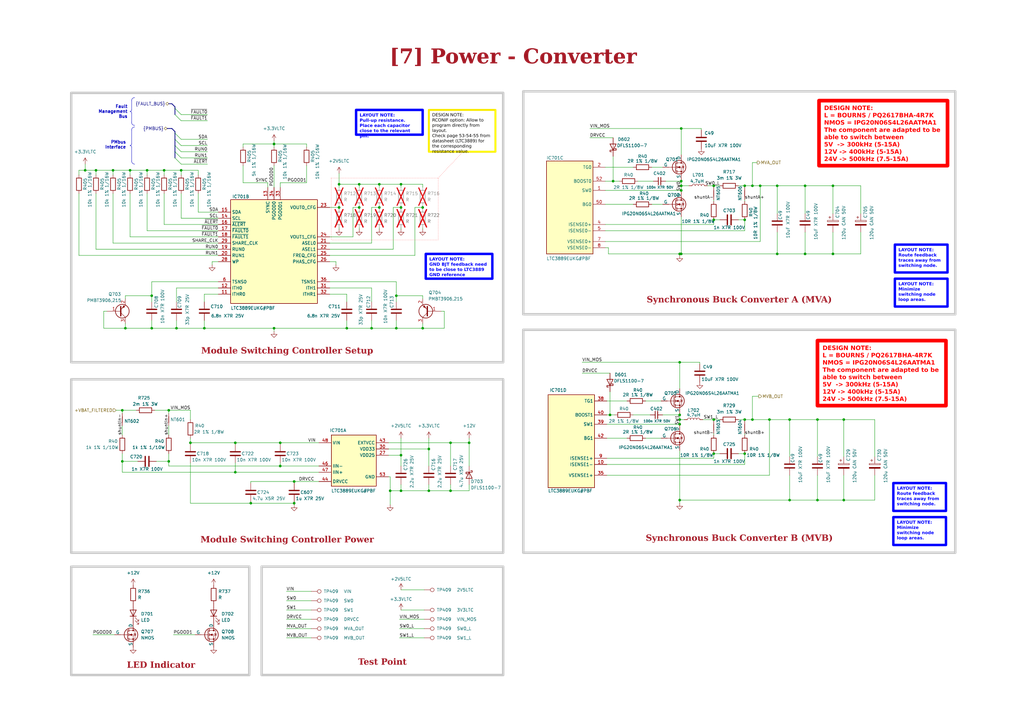
<source format=kicad_sch>
(kicad_sch (version 20230121) (generator eeschema)
  (paper "A3")
  (bus_alias "PMBUS" (members "SDA" "SCL" "RUN0" "RUN1" "~{ALERT}"))
  (junction (at 175.895 201.295))
  (junction (at 323.85 205.105))
  (junction (at 335.28 205.105))
  (junction (at 50.165 168.275))
  (junction (at 164.465 85.09))
  (junction (at 96.52 193.675))
  (junction (at 83.82 134.62))
  (junction (at 164.465 186.69))
  (junction (at 34.925 69.85))
  (junction (at 39.37 69.85))
  (junction (at 341.63 76.2))
  (junction (at 139.065 85.09))
  (junction (at 69.215 168.275))
  (junction (at 164.465 75.565))
  (junction (at 112.395 59.055))
  (junction (at 279.4 104.14))
  (junction (at 184.785 181.61))
  (junction (at 305.435 90.17))
  (junction (at 305.435 172.085))
  (junction (at 278.765 205.105))
  (junction (at 152.4 134.62))
  (junction (at 184.785 201.295))
  (junction (at 62.23 134.62))
  (junction (at 192.405 181.61))
  (junction (at 69.215 189.23))
  (junction (at 173.355 85.09))
  (junction (at 96.52 181.61))
  (junction (at 315.595 172.085))
  (junction (at 51.435 134.62))
  (junction (at 330.2 76.2))
  (junction (at 120.65 197.485))
  (junction (at 62.23 121.285))
  (junction (at 308.61 172.085))
  (junction (at 278.765 148.59))
  (junction (at 279.4 76.2))
  (junction (at 155.575 85.09))
  (junction (at 53.34 69.85))
  (junction (at 278.765 173.99))
  (junction (at 311.785 76.2))
  (junction (at 278.765 170.18))
  (junction (at 250.19 170.18))
  (junction (at 102.87 206.375))
  (junction (at 155.575 75.565))
  (junction (at 278.765 172.085))
  (junction (at 164.465 201.295))
  (junction (at 114.935 181.61))
  (junction (at 335.28 172.085))
  (junction (at 160.02 201.295))
  (junction (at 346.075 172.085))
  (junction (at 60.325 69.85))
  (junction (at 50.165 189.23))
  (junction (at 278.765 104.14))
  (junction (at 323.85 172.085))
  (junction (at 162.56 134.62))
  (junction (at 318.77 76.2))
  (junction (at 292.735 186.055))
  (junction (at 251.46 74.295))
  (junction (at 74.295 69.85))
  (junction (at 72.39 134.62))
  (junction (at 341.63 104.14))
  (junction (at 279.4 78.105))
  (junction (at 175.895 184.15))
  (junction (at 308.61 76.2))
  (junction (at 292.735 90.17))
  (junction (at 318.77 104.14))
  (junction (at 120.65 206.375))
  (junction (at 330.2 104.14))
  (junction (at 279.4 52.705))
  (junction (at 78.105 181.61))
  (junction (at 112.395 134.62))
  (junction (at 162.56 121.285))
  (junction (at 279.4 74.295))
  (junction (at 305.435 186.055))
  (junction (at 139.065 75.565))
  (junction (at 346.075 205.105))
  (junction (at 173.355 134.62))
  (junction (at 46.355 69.85))
  (junction (at 147.32 85.09))
  (junction (at 292.735 172.085))
  (junction (at 142.24 134.62))
  (junction (at 67.31 69.85))
  (junction (at 305.435 76.2))
  (junction (at 147.32 75.565))
  (junction (at 114.935 191.135))
  (junction (at 292.735 76.2))
  (bus_entry (at 71.755 64.77) (size 2.54 2.54))
  (bus_entry (at 71.755 59.69) (size 2.54 2.54))
  (bus_entry (at 71.755 54.61) (size 2.54 2.54))
  (bus_entry (at 71.755 44.45) (size 2.54 2.54))
  (bus_entry (at 71.755 62.23) (size 2.54 2.54))
  (bus_entry (at 71.755 57.15) (size 2.54 2.54))
  (bus_entry (at 71.755 46.99) (size 2.54 2.54))
  (wire (pts (xy 60.325 94.615) (xy 60.325 79.375)))
  (wire (pts (xy 278.765 172.085) (xy 280.67 172.085)))
  (wire (pts (xy 114.935 76.835) (xy 114.935 74.93)))
  (wire (pts (xy 102.87 197.485) (xy 120.65 197.485)))
  (wire (pts (xy 152.4 85.09) (xy 152.4 99.695)))
  (wire (pts (xy 346.075 194.945) (xy 346.075 205.105)))
  (wire (pts (xy 139.065 93.345) (xy 139.065 93.98)))
  (wire (pts (xy 248.92 187.96) (xy 292.735 187.96)))
  (wire (pts (xy 305.435 82.55) (xy 305.435 81.915)))
  (wire (pts (xy 135.255 99.695) (xy 152.4 99.695)))
  (wire (pts (xy 53.34 69.85) (xy 60.325 69.85)))
  (wire (pts (xy 346.075 187.325) (xy 346.075 172.085)))
  (wire (pts (xy 358.775 187.325) (xy 358.775 172.085)))
  (wire (pts (xy 117.475 250.19) (xy 127.635 250.19)))
  (wire (pts (xy 308.61 162.56) (xy 308.61 172.085)))
  (wire (pts (xy 89.535 86.995) (xy 81.28 86.995)))
  (wire (pts (xy 147.32 84.455) (xy 147.32 85.09)))
  (wire (pts (xy 144.78 85.09) (xy 147.32 85.09)))
  (wire (pts (xy 292.735 76.2) (xy 295.275 76.2)))
  (wire (pts (xy 32.385 79.375) (xy 32.385 104.775)))
  (wire (pts (xy 341.63 87.63) (xy 341.63 76.2)))
  (wire (pts (xy 273.05 74.295) (xy 279.4 74.295)))
  (wire (pts (xy 112.395 67.945) (xy 112.395 76.835)))
  (wire (pts (xy 78.105 181.61) (xy 78.105 182.245)))
  (wire (pts (xy 267.335 68.58) (xy 271.78 68.58)))
  (wire (pts (xy 162.56 134.62) (xy 173.355 134.62)))
  (wire (pts (xy 53.34 97.155) (xy 89.535 97.155)))
  (wire (pts (xy 135.255 85.09) (xy 139.065 85.09)))
  (wire (pts (xy 278.765 172.085) (xy 278.765 173.99)))
  (wire (pts (xy 50.165 174.625) (xy 50.165 178.435)))
  (wire (pts (xy 42.545 127.635) (xy 42.545 134.62)))
  (wire (pts (xy 39.37 69.85) (xy 46.355 69.85)))
  (wire (pts (xy 46.355 79.375) (xy 46.355 99.695)))
  (wire (pts (xy 330.2 95.25) (xy 330.2 104.14)))
  (wire (pts (xy 341.63 104.14) (xy 353.06 104.14)))
  (wire (pts (xy 155.575 85.09) (xy 155.575 85.725)))
  (wire (pts (xy 39.37 69.85) (xy 39.37 71.755)))
  (wire (pts (xy 112.395 57.785) (xy 112.395 59.055)))
  (wire (pts (xy 335.28 172.085) (xy 346.075 172.085)))
  (wire (pts (xy 117.475 254) (xy 127.635 254)))
  (wire (pts (xy 278.765 148.59) (xy 287.02 148.59)))
  (bus (pts (xy 71.755 43.815) (xy 71.755 44.45)))
  (wire (pts (xy 50.165 189.23) (xy 50.165 193.675)))
  (wire (pts (xy 164.465 198.755) (xy 164.465 201.295)))
  (wire (pts (xy 47.625 168.275) (xy 50.165 168.275)))
  (wire (pts (xy 173.355 76.835) (xy 173.355 75.565)))
  (wire (pts (xy 89.535 102.235) (xy 39.37 102.235)))
  (wire (pts (xy 89.535 104.775) (xy 32.385 104.775)))
  (wire (pts (xy 248.92 194.945) (xy 315.595 194.945)))
  (wire (pts (xy 184.785 181.61) (xy 192.405 181.61)))
  (wire (pts (xy 249.555 101.6) (xy 248.285 101.6)))
  (wire (pts (xy 164.465 186.69) (xy 164.465 191.135)))
  (wire (pts (xy 279.4 78.105) (xy 279.4 78.74)))
  (wire (pts (xy 69.215 191.135) (xy 114.935 191.135)))
  (wire (pts (xy 308.61 66.675) (xy 308.61 76.2)))
  (wire (pts (xy 74.295 57.15) (xy 85.09 57.15)))
  (wire (pts (xy 175.895 198.755) (xy 175.895 201.295)))
  (wire (pts (xy 315.595 172.085) (xy 323.85 172.085)))
  (wire (pts (xy 72.39 134.62) (xy 62.23 134.62)))
  (wire (pts (xy 251.46 74.295) (xy 254 74.295)))
  (wire (pts (xy 278.765 205.105) (xy 278.765 206.375)))
  (wire (pts (xy 155.575 75.565) (xy 147.32 75.565)))
  (wire (pts (xy 292.735 90.17) (xy 295.275 90.17)))
  (wire (pts (xy 159.385 184.15) (xy 175.895 184.15)))
  (wire (pts (xy 135.255 120.65) (xy 142.24 120.65)))
  (wire (pts (xy 182.245 127.635) (xy 182.245 134.62)))
  (wire (pts (xy 250.19 160.655) (xy 250.19 170.18)))
  (wire (pts (xy 135.255 107.315) (xy 137.795 107.315)))
  (wire (pts (xy 89.535 92.075) (xy 67.31 92.075)))
  (wire (pts (xy 238.76 148.59) (xy 278.765 148.59)))
  (wire (pts (xy 335.28 205.105) (xy 346.075 205.105)))
  (wire (pts (xy 248.285 74.295) (xy 251.46 74.295)))
  (wire (pts (xy 184.785 201.295) (xy 192.405 201.295)))
  (wire (pts (xy 160.02 195.58) (xy 159.385 195.58)))
  (wire (pts (xy 160.02 195.58) (xy 160.02 201.295)))
  (wire (pts (xy 69.215 189.23) (xy 69.215 191.135)))
  (wire (pts (xy 50.165 186.055) (xy 50.165 189.23)))
  (wire (pts (xy 264.795 179.705) (xy 271.145 179.705)))
  (wire (pts (xy 261.62 74.295) (xy 267.97 74.295)))
  (wire (pts (xy 279.4 88.9) (xy 279.4 104.14)))
  (wire (pts (xy 318.77 95.25) (xy 318.77 104.14)))
  (wire (pts (xy 308.61 172.085) (xy 315.595 172.085)))
  (wire (pts (xy 69.215 168.275) (xy 78.105 168.275)))
  (wire (pts (xy 164.465 93.345) (xy 164.465 93.98)))
  (wire (pts (xy 159.385 186.69) (xy 164.465 186.69)))
  (wire (pts (xy 114.935 189.865) (xy 114.935 191.135)))
  (wire (pts (xy 278.765 184.785) (xy 278.765 205.105)))
  (wire (pts (xy 125.73 59.055) (xy 112.395 59.055)))
  (wire (pts (xy 292.735 90.17) (xy 292.735 92.075)))
  (wire (pts (xy 238.76 153.035) (xy 250.19 153.035)))
  (wire (pts (xy 50.165 193.675) (xy 96.52 193.675)))
  (wire (pts (xy 279.4 52.705) (xy 279.4 63.5)))
  (bus (pts (xy 71.755 62.23) (xy 71.755 64.77)))
  (wire (pts (xy 135.255 118.11) (xy 152.4 118.11)))
  (wire (pts (xy 74.295 59.69) (xy 85.09 59.69)))
  (wire (pts (xy 184.785 181.61) (xy 184.785 191.135)))
  (wire (pts (xy 152.4 134.62) (xy 162.56 134.62)))
  (wire (pts (xy 318.77 87.63) (xy 318.77 76.2)))
  (wire (pts (xy 38.1 260.35) (xy 46.99 260.35)))
  (wire (pts (xy 287.655 52.705) (xy 287.655 53.34)))
  (wire (pts (xy 63.5 168.275) (xy 69.215 168.275)))
  (wire (pts (xy 292.735 187.96) (xy 292.735 186.055)))
  (bus (pts (xy 71.755 54.61) (xy 71.755 57.15)))
  (wire (pts (xy 74.295 46.99) (xy 85.09 46.99)))
  (wire (pts (xy 69.215 168.275) (xy 69.215 169.545)))
  (wire (pts (xy 164.465 84.455) (xy 164.465 85.09)))
  (wire (pts (xy 180.975 127.635) (xy 182.245 127.635)))
  (wire (pts (xy 96.52 181.61) (xy 96.52 182.245)))
  (wire (pts (xy 125.73 60.325) (xy 125.73 59.055)))
  (wire (pts (xy 69.215 174.625) (xy 69.215 178.435)))
  (wire (pts (xy 60.325 94.615) (xy 89.535 94.615)))
  (wire (pts (xy 248.92 179.705) (xy 257.175 179.705)))
  (wire (pts (xy 278.765 104.14) (xy 279.4 104.14)))
  (polyline (pts (xy 53.975 46.36) (xy 53.975 50.17)))
  (wire (pts (xy 278.765 104.14) (xy 278.765 104.775)))
  (wire (pts (xy 335.28 187.325) (xy 335.28 172.085)))
  (wire (pts (xy 51.435 134.62) (xy 51.435 132.715)))
  (wire (pts (xy 102.87 198.12) (xy 102.87 197.485)))
  (wire (pts (xy 163.83 254) (xy 173.99 254)))
  (wire (pts (xy 114.935 74.93) (xy 125.73 74.93)))
  (wire (pts (xy 248.92 173.99) (xy 278.765 173.99)))
  (wire (pts (xy 173.355 121.285) (xy 162.56 121.285)))
  (wire (pts (xy 112.395 59.055) (xy 99.695 59.055)))
  (wire (pts (xy 160.02 207.01) (xy 160.02 201.295)))
  (wire (pts (xy 142.24 134.62) (xy 152.4 134.62)))
  (wire (pts (xy 89.535 107.315) (xy 86.995 107.315)))
  (bus (pts (xy 68.58 52.705) (xy 70.485 52.705)))
  (wire (pts (xy 192.405 181.61) (xy 192.405 191.135)))
  (wire (pts (xy 120.65 197.485) (xy 130.81 197.485)))
  (wire (pts (xy 67.31 69.85) (xy 67.31 71.755)))
  (wire (pts (xy 139.065 71.12) (xy 139.065 75.565)))
  (wire (pts (xy 43.815 127.635) (xy 42.545 127.635)))
  (wire (pts (xy 161.29 85.09) (xy 164.465 85.09)))
  (wire (pts (xy 323.85 172.085) (xy 335.28 172.085)))
  (wire (pts (xy 74.295 67.31) (xy 85.09 67.31)))
  (wire (pts (xy 353.06 95.25) (xy 353.06 104.14)))
  (wire (pts (xy 62.23 115.57) (xy 89.535 115.57)))
  (wire (pts (xy 69.215 186.055) (xy 69.215 189.23)))
  (wire (pts (xy 323.85 187.325) (xy 323.85 172.085)))
  (wire (pts (xy 102.87 206.375) (xy 120.65 206.375)))
  (wire (pts (xy 311.785 99.06) (xy 311.785 76.2)))
  (wire (pts (xy 78.105 179.705) (xy 78.105 181.61)))
  (wire (pts (xy 125.73 74.93) (xy 125.73 67.945)))
  (wire (pts (xy 34.925 69.85) (xy 39.37 69.85)))
  (wire (pts (xy 96.52 193.675) (xy 130.81 193.675)))
  (wire (pts (xy 279.4 76.2) (xy 279.4 78.105)))
  (wire (pts (xy 353.06 87.63) (xy 353.06 76.2)))
  (wire (pts (xy 67.31 92.075) (xy 67.31 79.375)))
  (wire (pts (xy 278.765 170.18) (xy 278.765 172.085)))
  (wire (pts (xy 147.32 75.565) (xy 147.32 76.835)))
  (wire (pts (xy 50.165 189.23) (xy 56.515 189.23)))
  (wire (pts (xy 120.65 205.74) (xy 120.65 206.375)))
  (wire (pts (xy 147.32 85.09) (xy 147.32 85.725)))
  (wire (pts (xy 78.105 181.61) (xy 96.52 181.61)))
  (bus (pts (xy 71.755 59.69) (xy 71.755 62.23)))
  (wire (pts (xy 248.285 94.615) (xy 305.435 94.615)))
  (wire (pts (xy 50.165 168.275) (xy 55.88 168.275)))
  (wire (pts (xy 184.785 198.755) (xy 184.785 201.295)))
  (wire (pts (xy 112.395 135.89) (xy 112.395 134.62)))
  (bus (pts (xy 71.755 44.45) (xy 71.755 46.99)))
  (wire (pts (xy 305.435 76.2) (xy 308.61 76.2)))
  (wire (pts (xy 279.4 52.705) (xy 287.655 52.705)))
  (wire (pts (xy 117.475 261.62) (xy 127.635 261.62)))
  (wire (pts (xy 305.435 76.2) (xy 305.435 76.835)))
  (wire (pts (xy 74.295 62.23) (xy 85.09 62.23)))
  (wire (pts (xy 292.735 76.2) (xy 292.735 76.835)))
  (wire (pts (xy 89.535 99.695) (xy 46.355 99.695)))
  (wire (pts (xy 78.105 168.275) (xy 78.105 172.085)))
  (wire (pts (xy 302.895 76.2) (xy 305.435 76.2)))
  (wire (pts (xy 250.19 170.18) (xy 248.92 170.18)))
  (wire (pts (xy 161.29 85.09) (xy 161.29 102.235)))
  (wire (pts (xy 53.34 79.375) (xy 53.34 97.155)))
  (wire (pts (xy 164.465 201.295) (xy 175.895 201.295)))
  (wire (pts (xy 173.355 122.555) (xy 173.355 121.285)))
  (wire (pts (xy 173.355 134.62) (xy 173.355 132.715)))
  (wire (pts (xy 248.285 68.58) (xy 259.715 68.58)))
  (wire (pts (xy 81.28 79.375) (xy 81.28 86.995)))
  (wire (pts (xy 51.435 122.555) (xy 51.435 121.285)))
  (wire (pts (xy 264.795 164.465) (xy 271.145 164.465)))
  (wire (pts (xy 120.65 198.12) (xy 120.65 197.485)))
  (wire (pts (xy 62.23 123.825) (xy 62.23 121.285)))
  (wire (pts (xy 318.77 76.2) (xy 330.2 76.2)))
  (wire (pts (xy 102.87 206.375) (xy 102.87 205.74)))
  (wire (pts (xy 308.61 162.56) (xy 311.15 162.56)))
  (wire (pts (xy 330.2 104.14) (xy 341.63 104.14)))
  (wire (pts (xy 173.355 84.455) (xy 173.355 85.09)))
  (wire (pts (xy 99.695 74.93) (xy 99.695 67.945)))
  (wire (pts (xy 114.935 181.61) (xy 130.81 181.61)))
  (bus (pts (xy 71.755 57.15) (xy 71.755 59.69)))
  (wire (pts (xy 335.28 194.945) (xy 335.28 205.105)))
  (wire (pts (xy 170.18 85.09) (xy 173.355 85.09)))
  (wire (pts (xy 292.735 172.085) (xy 292.735 172.72)))
  (wire (pts (xy 358.775 194.945) (xy 358.775 205.105)))
  (wire (pts (xy 117.475 257.81) (xy 127.635 257.81)))
  (wire (pts (xy 46.355 69.85) (xy 46.355 71.755)))
  (wire (pts (xy 89.535 89.535) (xy 74.295 89.535)))
  (wire (pts (xy 323.85 194.945) (xy 323.85 205.105)))
  (wire (pts (xy 50.165 168.275) (xy 50.165 169.545)))
  (wire (pts (xy 164.465 241.935) (xy 173.99 241.935)))
  (wire (pts (xy 160.02 201.295) (xy 164.465 201.295)))
  (wire (pts (xy 162.56 131.445) (xy 162.56 134.62)))
  (wire (pts (xy 279.4 76.2) (xy 282.575 76.2)))
  (wire (pts (xy 305.435 178.435) (xy 305.435 177.8)))
  (wire (pts (xy 248.285 78.105) (xy 279.4 78.105)))
  (wire (pts (xy 139.065 85.09) (xy 139.065 85.725)))
  (wire (pts (xy 302.895 172.085) (xy 305.435 172.085)))
  (wire (pts (xy 83.82 120.65) (xy 83.82 123.825)))
  (wire (pts (xy 139.065 75.565) (xy 147.32 75.565)))
  (wire (pts (xy 72.39 131.445) (xy 72.39 134.62)))
  (wire (pts (xy 114.935 181.61) (xy 114.935 182.245)))
  (wire (pts (xy 71.12 260.35) (xy 80.01 260.35)))
  (wire (pts (xy 81.28 69.85) (xy 81.28 71.755)))
  (wire (pts (xy 278.765 173.99) (xy 278.765 174.625)))
  (wire (pts (xy 155.575 93.98) (xy 155.575 93.345)))
  (wire (pts (xy 330.2 87.63) (xy 330.2 76.2)))
  (polyline (pts (xy 53.975 53.34) (xy 53.975 59.055)))
  (wire (pts (xy 279.4 104.14) (xy 318.77 104.14)))
  (wire (pts (xy 42.545 134.62) (xy 51.435 134.62)))
  (wire (pts (xy 117.475 246.38) (xy 127.635 246.38)))
  (wire (pts (xy 163.83 261.62) (xy 173.99 261.62)))
  (wire (pts (xy 34.925 69.85) (xy 32.385 69.85)))
  (wire (pts (xy 241.935 56.515) (xy 251.46 56.515)))
  (polyline (pts (xy 53.975 60.325) (xy 53.975 66.04)))
  (wire (pts (xy 182.245 134.62) (xy 173.355 134.62)))
  (wire (pts (xy 290.195 76.2) (xy 292.735 76.2)))
  (wire (pts (xy 155.575 75.565) (xy 155.575 76.835)))
  (wire (pts (xy 278.765 205.105) (xy 323.85 205.105)))
  (wire (pts (xy 278.765 148.59) (xy 278.765 159.385)))
  (bus (pts (xy 69.215 42.545) (xy 70.485 42.545)))
  (wire (pts (xy 292.735 186.055) (xy 295.275 186.055)))
  (wire (pts (xy 89.535 118.11) (xy 72.39 118.11)))
  (wire (pts (xy 341.63 76.2) (xy 353.06 76.2)))
  (bus (pts (xy 70.485 52.705) (xy 71.755 53.975)))
  (wire (pts (xy 155.575 84.455) (xy 155.575 85.09)))
  (wire (pts (xy 96.52 181.61) (xy 114.935 181.61)))
  (wire (pts (xy 192.405 179.705) (xy 192.405 181.61)))
  (wire (pts (xy 318.77 104.14) (xy 330.2 104.14)))
  (wire (pts (xy 162.56 121.285) (xy 162.56 115.57)))
  (wire (pts (xy 308.61 172.085) (xy 305.435 172.085)))
  (wire (pts (xy 74.295 49.53) (xy 85.09 49.53)))
  (wire (pts (xy 173.355 93.345) (xy 173.355 93.98)))
  (polyline (pts (xy 179.705 73.025) (xy 189.865 62.23)) (stroke (width 0) (type dot) (color 255 0 0 1)))
  (wire (pts (xy 173.355 75.565) (xy 164.465 75.565)))
  (wire (pts (xy 62.23 134.62) (xy 51.435 134.62)))
  (wire (pts (xy 109.855 76.835) (xy 109.855 74.93)))
  (wire (pts (xy 271.78 170.18) (xy 278.765 170.18)))
  (wire (pts (xy 302.895 186.055) (xy 305.435 186.055)))
  (wire (pts (xy 152.4 85.09) (xy 155.575 85.09)))
  (wire (pts (xy 60.325 69.85) (xy 67.31 69.85)))
  (wire (pts (xy 278.765 169.545) (xy 278.765 170.18)))
  (wire (pts (xy 67.31 69.85) (xy 74.295 69.85)))
  (wire (pts (xy 53.34 69.85) (xy 53.34 71.755)))
  (wire (pts (xy 249.555 104.14) (xy 249.555 101.6)))
  (wire (pts (xy 248.285 83.82) (xy 259.715 83.82)))
  (wire (pts (xy 241.935 52.705) (xy 279.4 52.705)))
  (wire (pts (xy 72.39 134.62) (xy 83.82 134.62)))
  (wire (pts (xy 99.695 74.93) (xy 109.855 74.93)))
  (wire (pts (xy 173.355 85.09) (xy 173.355 85.725)))
  (wire (pts (xy 120.65 206.375) (xy 120.65 207.01)))
  (wire (pts (xy 248.285 92.075) (xy 292.735 92.075)))
  (wire (pts (xy 251.46 64.135) (xy 251.46 74.295)))
  (wire (pts (xy 72.39 118.11) (xy 72.39 123.825)))
  (wire (pts (xy 164.465 85.09) (xy 164.465 85.725)))
  (wire (pts (xy 279.4 74.295) (xy 279.4 76.2)))
  (wire (pts (xy 170.18 85.09) (xy 170.18 104.775)))
  (wire (pts (xy 308.61 66.675) (xy 310.515 66.675)))
  (wire (pts (xy 292.735 82.55) (xy 292.735 81.915)))
  (wire (pts (xy 32.385 71.755) (xy 32.385 69.85)))
  (wire (pts (xy 152.4 131.445) (xy 152.4 134.62)))
  (wire (pts (xy 330.2 76.2) (xy 341.63 76.2)))
  (wire (pts (xy 315.595 172.085) (xy 315.595 194.945)))
  (wire (pts (xy 305.435 90.17) (xy 305.435 94.615)))
  (wire (pts (xy 34.925 67.31) (xy 34.925 69.85)))
  (wire (pts (xy 288.29 172.085) (xy 292.735 172.085)))
  (wire (pts (xy 86.995 108.585) (xy 86.995 107.315)))
  (wire (pts (xy 142.24 131.445) (xy 142.24 134.62)))
  (wire (pts (xy 163.83 257.81) (xy 173.99 257.81)))
  (wire (pts (xy 248.92 190.5) (xy 305.435 190.5)))
  (wire (pts (xy 249.555 104.14) (xy 278.765 104.14)))
  (wire (pts (xy 74.295 69.85) (xy 81.28 69.85)))
  (wire (pts (xy 248.92 164.465) (xy 257.175 164.465)))
  (wire (pts (xy 147.32 93.345) (xy 147.32 93.98)))
  (wire (pts (xy 74.295 64.77) (xy 85.09 64.77)))
  (wire (pts (xy 164.465 75.565) (xy 164.465 76.835)))
  (wire (pts (xy 164.465 75.565) (xy 155.575 75.565)))
  (wire (pts (xy 292.735 172.085) (xy 295.275 172.085)))
  (wire (pts (xy 164.465 250.19) (xy 173.99 250.19)))
  (wire (pts (xy 139.065 84.455) (xy 139.065 85.09)))
  (wire (pts (xy 259.715 170.18) (xy 266.7 170.18)))
  (bus (pts (xy 71.755 53.975) (xy 71.755 54.61)))
  (wire (pts (xy 305.435 190.5) (xy 305.435 186.055)))
  (wire (pts (xy 51.435 121.285) (xy 62.23 121.285)))
  (wire (pts (xy 60.325 69.85) (xy 60.325 71.755)))
  (wire (pts (xy 117.475 242.57) (xy 127.635 242.57)))
  (wire (pts (xy 74.295 89.535) (xy 74.295 79.375)))
  (wire (pts (xy 248.285 99.06) (xy 311.785 99.06)))
  (wire (pts (xy 287.02 148.59) (xy 287.02 149.225)))
  (wire (pts (xy 78.105 189.865) (xy 78.105 206.375)))
  (wire (pts (xy 83.82 131.445) (xy 83.82 134.62)))
  (polyline (pts (xy 53.975 41.28) (xy 53.975 45.09)))
  (wire (pts (xy 341.63 95.25) (xy 341.63 104.14)))
  (wire (pts (xy 114.935 191.135) (xy 130.81 191.135)))
  (wire (pts (xy 83.82 134.62) (xy 112.395 134.62)))
  (wire (pts (xy 137.795 108.585) (xy 137.795 107.315)))
  (wire (pts (xy 162.56 115.57) (xy 135.255 115.57)))
  (wire (pts (xy 308.61 76.2) (xy 311.785 76.2)))
  (wire (pts (xy 192.405 198.755) (xy 192.405 201.295)))
  (wire (pts (xy 96.52 189.865) (xy 96.52 193.675)))
  (wire (pts (xy 135.255 97.155) (xy 144.78 97.155)))
  (wire (pts (xy 346.075 172.085) (xy 358.775 172.085)))
  (wire (pts (xy 175.895 179.705) (xy 175.895 184.15)))
  (wire (pts (xy 89.535 120.65) (xy 83.82 120.65)))
  (wire (pts (xy 267.335 83.82) (xy 271.78 83.82)))
  (wire (pts (xy 112.395 59.055) (xy 112.395 60.325)))
  (wire (pts (xy 164.465 179.705) (xy 164.465 186.69)))
  (wire (pts (xy 162.56 123.825) (xy 162.56 121.285)))
  (wire (pts (xy 250.19 170.18) (xy 252.095 170.18)))
  (wire (pts (xy 152.4 118.11) (xy 152.4 123.825)))
  (bus (pts (xy 70.485 42.545) (xy 71.755 43.815)))
  (wire (pts (xy 175.895 201.295) (xy 184.785 201.295)))
  (wire (pts (xy 135.255 102.235) (xy 161.29 102.235)))
  (wire (pts (xy 135.255 104.775) (xy 170.18 104.775)))
  (wire (pts (xy 311.785 76.2) (xy 318.77 76.2)))
  (wire (pts (xy 99.695 59.055) (xy 99.695 60.325)))
  (wire (pts (xy 62.23 121.285) (xy 62.23 115.57)))
  (wire (pts (xy 302.895 90.17) (xy 305.435 90.17)))
  (wire (pts (xy 39.37 79.375) (xy 39.37 102.235)))
  (wire (pts (xy 142.24 120.65) (xy 142.24 123.825)))
  (wire (pts (xy 346.075 205.105) (xy 358.775 205.105)))
  (wire (pts (xy 144.78 85.09) (xy 144.78 97.155)))
  (wire (pts (xy 62.23 131.445) (xy 62.23 134.62)))
  (wire (pts (xy 64.135 189.23) (xy 69.215 189.23)))
  (wire (pts (xy 279.4 74.295) (xy 279.4 73.66)))
  (wire (pts (xy 74.295 69.85) (xy 74.295 71.755)))
  (wire (pts (xy 175.895 191.135) (xy 175.895 184.15)))
  (wire (pts (xy 139.065 75.565) (xy 139.065 76.835)))
  (wire (pts (xy 292.735 178.435) (xy 292.735 177.8)))
  (wire (pts (xy 112.395 134.62) (xy 142.24 134.62)))
  (wire (pts (xy 305.435 172.085) (xy 305.435 172.72)))
  (wire (pts (xy 323.85 205.105) (xy 335.28 205.105)))
  (wire (pts (xy 46.355 69.85) (xy 53.34 69.85)))
  (wire (pts (xy 78.105 206.375) (xy 102.87 206.375)))
  (wire (pts (xy 159.385 181.61) (xy 184.785 181.61)))
  (arc (start 53.98 41.28) (mid 54.3458 40.3793) (end 55.245 40.01))
  (rectangle (start 135.89 73.025) (end 179.705 98.425) (stroke (width 0) (type dot) (color 255 0 0 1)))
  (arc (start 53.98 59.05) (mid 53.7894 59.493) (end 53.345 59.685))
  (rectangle (start 29.21 232.41) (end 102.235 276.86) (stroke (width 1) (color 200 200 200 1)))
  (arc (start 53.345 59.685) (mid 53.7988 59.8677) (end 53.98 60.32))
  (rectangle (start 214.63 135.255) (end 391.795 226.695) (stroke (width 1) (color 200 200 200 1)))
  (rectangle (start 29.21 155.575) (end 206.375 226.695) (stroke (width 1) (color 200 200 200 1)))
  (arc (start 55.245 67.31) (mid 54.347 66.938) (end 53.975 66.04))
  (arc (start 53.345 45.72) (mid 53.797 45.903) (end 53.98 46.355))
  (arc (start 53.98 45.085) (mid 53.7911 45.5311) (end 53.345 45.72))
  (rectangle (start 214.63 37.465) (end 391.795 128.905) (stroke (width 1) (color 200 200 200 1)))
  (rectangle (start 107.315 232.41) (end 206.375 276.86) (stroke (width 1) (color 200 200 200 1)))
  (arc (start 53.98 53.34) (mid 54.3475 52.4426) (end 55.245 52.07))
  (arc (start 55.245 51.44) (mid 54.3392 51.0743) (end 53.975 50.17))
  (rectangle (start 29.21 38.1) (end 206.375 148.59) (stroke (width 1) (color 200 200 200 1)))
  (text_box "Test Point\n\n" (at 107.315 267.97 0) (size 99.06 6.985) (stroke (width -0.0001)) (effects (font (size 2.54 2.54) (thickness 0.508) bold) (justify bottom)))
  (text_box "Synchronous Buck Converter A (MVA)" (at 214.63 119.38 0) (size 177.165 6.985) (stroke (width -0.0001)) (effects (font (size 2.54 2.54) (thickness 0.508) bold) (justify bottom)))
  (text_box "LED Indicator\n" (at 29.845 269.24 0) (size 72.39 6.985) (stroke (width -0.0001)) (effects (font (size 2.54 2.54) (thickness 0.508) bold) (justify bottom)))
  (text_box "Fault Management Bus" (at 43.815 41.91 0) (size 9.525 5.715) (stroke (width -0.0001)) (effects (font (size 1.27 1.27) (thickness 0.254) bold) (justify right top)))
  (text_box "LAYOUT NOTE:\nRoute feedback traces away from switching node." (at 366.395 198.12 0) (size 21.59 11.43) (stroke (width 1) (color 0 0 255 1)) (effects (font (size 1.27 1.27) (thickness 0.4) bold) (justify left top)))
  (text_box "Module Switching Controller Setup" (at 29.845 140.335 0) (size 175.895 6.985) (stroke (width -0.0001)) (effects (font (size 2.54 2.54) (thickness 0.508) bold) (justify bottom)))
  (text_box "LAYOUT NOTE:\nMinimize switching node loop areas." (at 366.395 212.09 0) (size 21.59 11.43) (stroke (width 1) (color 0 0 255 1)) (effects (font (size 1.27 1.27) (thickness 0.4) bold) (justify left top)))
  (text_box "Synchronous Buck Converter B (MVB)" (at 214.63 217.17 0) (size 177.165 6.985) (stroke (width -0.0001)) (effects (font (size 2.54 2.54) (thickness 0.508) bold) (justify bottom)))
  (text_box "PMbus \nInterface" (at 43.18 56.515 0) (size 9.525 5.715) (stroke (width -0.0001)) (effects (font (size 1.27 1.27) (thickness 0.254) bold) (justify right top)))
  (text_box "Module Switching Controller Power" (at 29.21 217.805 0) (size 177.165 6.985) (stroke (width -0.0001)) (effects (font (size 2.54 2.54) (thickness 0.508) bold) (justify bottom)))
  (text_box "DESIGN NOTE:\nL = BOURNS / PQ2617BHA-4R7K\nNMOS = IPG20N06S4L26AATMA1\nThe component are adapted to be able to switch between\n5V  -> 300kHz (5-15A)\n12V -> 400kHz (5-15A)\n24V -> 500kHz (7.5-15A)\n\n" (at 335.28 139.7 0) (size 52.705 26.67) (stroke (width 1.5) (color 255 0 0 1)) (effects (font (size 1.778 1.778) (thickness 0.4) bold) (justify left top)))
  (text_box "[7] Power - Converter" (at 12.7 17.145 0) (size 395.605 12.7) (stroke (width -0.0001)) (effects (font (size 6 6) (thickness 1.2) bold)))
  (text_box "DESIGN NOTE:\nL = BOURNS / PQ2617BHA-4R7K\nNMOS = IPG20N06S4L26AATMA1\nThe component are adapted to be able to switch between\n5V  -> 300kHz (5-15A)\n12V -> 400kHz (5-15A)\n24V -> 500kHz (7.5-15A)\n\n" (at 335.915 41.275 0) (size 52.705 26.67) (stroke (width 1.5) (color 255 0 0 1)) (effects (font (size 1.778 1.778) (thickness 0.4) bold) (justify left top)))
  (text_box "LAYOUT NOTE:\nPull-up resistance.\nPlace each capacitor close to the relevant pin." (at 146.05 45.085 0) (size 27.305 10.16) (stroke (width 1) (color 0 0 255 1)) (effects (font (size 1.27 1.27) (thickness 0.4) bold) (justify left top)))
  (text_box "DESIGN NOTE:\nRCONIF option: Allow to program directly from layout. \nCheck page 53-54-55 from datasheet (LTC3889) for the corresponding resistance value." (at 175.895 45.085 0) (size 27.305 17.145) (stroke (width 0.8) (color 250 236 0 1)) (effects (font (size 1.27 1.27)) (justify left top)))
  (text_box "LAYOUT NOTE:\nGND BJT feedback need to be close to LTC3889 GND reference" (at 174.625 104.14 0) (size 27.305 10.16) (stroke (width 1) (color 0 0 255 1)) (effects (font (size 1.27 1.27) (thickness 0.4) bold) (justify left top)))
  (text_box "LAYOUT NOTE:\nRoute feedback traces away from switching node." (at 367.03 100.33 0) (size 21.59 11.43) (stroke (width 1) (color 0 0 255 1)) (effects (font (size 1.27 1.27) (thickness 0.4) bold) (justify left top)))
  (text_box "LAYOUT NOTE:\nMinimize switching node loop areas." (at 367.03 114.3 0) (size 21.59 11.43) (stroke (width 1) (color 0 0 255 1)) (effects (font (size 1.27 1.27) (thickness 0.4) bold) (justify left top)))
  (label "VIN_MOS" (at 163.83 254 0))
  (label "VIN_MOS" (at 78.105 168.275 180))
  (label "VIN_MOS" (at 241.935 52.705 0))
  (label "SW1_L" (at 163.83 261.62 0))
  (label "MVA_OUT" (at 117.475 257.81 0))
  (label "~{FAULT0}" (at 89.535 94.615 180))
  (label "PGOOD0" (at 112.395 68.58 270))
  (label "VIN" (at 117.475 242.57 0))
  (label "shuntA+" (at 305.435 81.915 0))
  (label "RUN0" (at 85.09 62.23 180))
  (label "PGOOD1" (at 125.73 74.93 180))
  (label "shuntA-" (at 292.735 81.915 180))
  (label "DRVCC" (at 241.935 56.515 0))
  (label "SW1" (at 117.475 250.19 0))
  (label "SYNC" (at 109.855 74.93 180))
  (label "DRVCC" (at 122.555 197.485 0))
  (label "SW0" (at 279.4 74.295 270))
  (label "shuntIn-" (at 50.165 178.435 90))
  (label "SW0" (at 117.475 246.38 0))
  (label "DRVCC" (at 117.475 254 0))
  (label "SDA" (at 89.535 86.995 180))
  (label "~{FAULT1}" (at 85.09 49.53 180))
  (label "RUN1" (at 85.09 64.77 180))
  (label "~{ALERT}" (at 85.09 67.31 180))
  (label "VIN_MOS" (at 238.76 148.59 0))
  (label "SCL" (at 89.535 89.535 180))
  (label "SCL" (at 85.09 59.69 180))
  (label "~{FAULT0}" (at 85.09 46.99 180))
  (label "MVB_OUT" (at 117.475 261.62 0))
  (label "SDA" (at 85.09 57.15 180))
  (label "DRVCC" (at 238.76 153.035 0))
  (label "SW1_L" (at 294.64 172.085 180))
  (label "PGOOD0" (at 38.1 260.35 0))
  (label "VIN" (at 129.54 181.61 180))
  (label "SHARE_CLK" (at 89.535 99.695 180))
  (label "shuntIn+" (at 69.215 178.435 90))
  (label "RUN0" (at 89.535 102.235 180))
  (label "PGOOD1" (at 71.12 260.35 0))
  (label "shuntB-" (at 292.735 178.435 180))
  (label "SW0_L" (at 295.275 76.2 180))
  (label "SW0_L" (at 163.83 257.81 0))
  (label "SW1" (at 278.765 170.18 270))
  (label "shuntB+" (at 305.435 178.435 0))
  (label "~{FAULT1}" (at 89.535 97.155 180))
  (label "~{ALERT}" (at 89.535 92.075 180))
  (label "RUN1" (at 89.535 104.775 180))
  (hierarchical_label "MVB_OUT" (shape output) (at 311.15 162.56 0))
  (hierarchical_label "MVA_OUT" (shape output) (at 310.515 66.675 0))
  (hierarchical_label "+VBAT_FILTERED" (shape input) (at 47.625 168.275 180))
  (hierarchical_label "{FAULT_BUS}" (shape bidirectional) (at 69.215 42.545 180))
  (hierarchical_label "{PMBUS}" (shape bidirectional) (at 68.58 52.705 180))
  (symbol (lib_id "power:+3.3V") (at 164.465 250.19 0) (unit 1)
    (property "Reference" "#PWR0720" (effects hide))
    (property "Value" "+3V3LTC" (at 164.465 245.745 0))
  )
  (symbol (lib_id "Simulation_SPICE:NMOS") (at 276.225 164.465 0) (unit 1)
    (property "Reference" "Q705" (at 272.415 161.29 0) (effects (justify left)))
    (property "Value" " IPG20N06S4L26AATMA1" (at 280.035 161.29 0) (effects (justify left)))
    (property "Footprint" "0_transistor_fet:Infineon-IPG20N06S4L-26A-Manufacturer_Recommended" (effects hide))
    (property "Datasheet" "https://ngspice.sourceforge.io/docs/ngspice-manual.pdf" (effects hide))
    (property "Sim.Device" "NMOS" (effects hide))
    (property "Sim.Type" "VDMOS" (effects hide))
    (property "Sim.Pins" "1=D 2=G 3=S" (effects hide))
  )
  (symbol (lib_id "Device:LED") (at 54.61 251.46 90) (unit 1)
    (property "Reference" "D701" (at 57.785 251.7775 90) (effects (justify right)))
    (property "Value" "LED" (at 57.785 254.3175 90) (effects (justify right)))
  )
  (symbol (lib_id "Device:C") (at 330.2 91.44 0) (unit 1)
    (property "Reference" "C49" (at 331.47 90.17 90) (effects (justify left)))
    (property "Value" "10uF X7R 100V " (at 334.645 98.425 90) (effects (justify left)))
    (property "Footprint" "0_capacitor_smd:C_1210_3225_DensityHigh" (effects hide))
    (instances (project "SMPS_legged_robot_module" (path "" (reference "C49") (unit 1)) (path "" (reference "C707") (unit 1))))
  )
  (symbol (lib_id "Device:C") (at 78.105 186.055 180) (unit 1)
    (property "Reference" "C718" (at 83.185 186.055 0))
    (property "Value" "10n X7R 100V" (at 85.725 188.595 0))
    (property "Footprint" "0_capacitor_smd:C_0402_1005_DensityHigh" (effects hide))
  )
  (symbol (lib_id "Simulation_SPICE:NMOS") (at 276.86 68.58 0) (unit 1)
    (property "Reference" "Q701" (at 273.05 65.405 0) (effects (justify left)))
    (property "Value" " IPG20N06S4L26AATMA1" (at 280.67 65.405 0) (effects (justify left)))
    (property "Footprint" "0_transistor_fet:Infineon-IPG20N06S4L-26A-Manufacturer_Recommended" (effects hide))
    (property "Datasheet" "https://ngspice.sourceforge.io/docs/ngspice-manual.pdf" (effects hide))
    (property "Sim.Device" "NMOS" (effects hide))
    (property "Sim.Type" "VDMOS" (effects hide))
    (property "Sim.Pins" "1=D 2=G 3=S" (effects hide))
  )
  (symbol (lib_id "power:+3.3V") (at 112.395 57.785 0) (unit 1)
    (property "Reference" "#PWR0717" (effects hide))
    (property "Value" "+3V3LTC" (at 112.395 52.705 0))
  )
  (symbol (lib_id "Device:R") (at 69.215 182.245 0) (mirror y) (unit 1)
    (property "Reference" "R40" (at 65.405 180.975 0))
    (property "Value" "1k 1% 1/10W" (at 60.96 183.515 0))
    (property "Footprint" "0_resistor_smd:R_0603_1608_DensityHigh" (effects hide))
    (instances (project "SMPS_legged_robot_module" (path "" (reference "R40") (unit 1)) (path "" (reference "R728") (unit 1))))
  )
  (symbol (lib_id "Device:R") (at 263.525 68.58 270) (mirror x) (unit 1)
    (property "Reference" "R40" (at 263.525 64.135 90))
    (property "Value" "2R 1% 1/8W" (at 263.525 66.04 90))
    (property "Footprint" "0_resistor_smd:R_0402_1005_DensityHigh" (effects hide))
    (instances (project "SMPS_legged_robot_module" (path "" (reference "R40") (unit 1)) (path "" (reference "R733") (unit 1))))
  )
  (symbol (lib_id "Device:R") (at 260.985 179.705 270) (mirror x) (unit 1)
    (property "Reference" "R40" (at 261.62 175.26 90))
    (property "Value" "2R 1% 1/8W" (at 261.62 177.165 90))
    (property "Footprint" "0_resistor_smd:R_0402_1005_DensityHigh" (effects hide))
    (instances (project "SMPS_legged_robot_module" (path "" (reference "R40") (unit 1)) (path "" (reference "R734") (unit 1))))
  )
  (symbol (lib_id "Device:R") (at 60.325 75.565 180) (unit 1)
    (property "Reference" "R405" (at 62.865 78.105 90) (effects (justify right)))
    (property "Value" "10k 1% 1/16W" (at 64.77 85.09 90) (effects (justify right)))
    (property "Footprint" "0_resistor_smd:R_0402_1005_DensityHigh" (effects hide))
    (instances (project "SMPS_legged_robot_module" (path "" (reference "R405") (unit 1)) (path "" (reference "R708") (unit 1))))
  )
  (symbol (lib_id "Connector:TestPoint") (at 173.99 250.19 270) (unit 1) (in_bom no)
    (property "Reference" "TP409" (at 179.07 250.19 90) (effects (justify left)))
    (property "Value" "3V3LTC" (at 187.325 250.19 90) (effects (justify left)))
    (property "Footprint" "0_testpoint:TestPoint_Pad_D0.5mm_Back" (effects hide))
    (instances (project "SMPS_legged_robot_module" (path "" (reference "TP409") (unit 1)) (path "" (reference "TP705") (unit 1))))
  )
  (symbol (lib_id "power:GND") (at 147.32 93.98 0) (unit 1)
    (property "Reference" "#PWR0703" (effects hide))
    (property "Value" "GND" (effects hide))
  )
  (symbol (lib_id "Device:R") (at 299.085 76.2 90) (unit 1)
    (property "Reference" "R717" (at 299.085 70.485 90))
    (property "Value" "3m 1% 3W" (at 299.085 73.025 90))
    (property "Footprint" "0_resistor_smd:RESC6432X135N" (effects hide))
  )
  (symbol (lib_id "Connector:TestPoint") (at 173.99 254 270) (unit 1) (in_bom no)
    (property "Reference" "TP409" (at 179.07 254 90) (effects (justify left)))
    (property "Value" "VIN_MOS" (at 187.325 254 90) (effects (justify left)))
    (property "Footprint" "0_testpoint:TestPoint_Pad_D0.5mm_Front" (effects hide))
    (instances (project "SMPS_legged_robot_module" (path "" (reference "TP409") (unit 1)) (path "" (reference "TP709") (unit 1))))
  )
  (symbol (lib_id "Device:C") (at 175.895 194.945 180) (unit 1)
    (property "Reference" "C716" (at 177.8 187.96 90) (effects (justify left)))
    (property "Value" "2.2u X7R 25V" (at 180.34 186.69 90) (effects (justify left)))
    (property "Footprint" "0_capacitor_smd:C_0603_1608_DensityHigh" (effects hide))
  )
  (symbol (lib_id "Device:R") (at 257.81 74.295 270) (mirror x) (unit 1)
    (property "Reference" "R40" (at 257.81 71.755 90))
    (property "Value" "2R 1% 1/8W" (at 257.81 76.835 90))
    (property "Footprint" "0_resistor_smd:R_0402_1005_DensityHigh" (effects hide))
    (instances (project "SMPS_legged_robot_module" (path "" (reference "R40") (unit 1)) (path "" (reference "R739") (unit 1))))
  )
  (symbol (lib_id "power:GND") (at 139.065 93.98 0) (unit 1)
    (property "Reference" "#PWR0702" (effects hide))
    (property "Value" "GND" (effects hide))
  )
  (symbol (lib_id "Device:R") (at 139.065 80.645 0) (unit 1) (in_bom no) (dnp yes)
    (property "Reference" "R712" (at 140.97 79.375 0) (effects (justify left)))
    (property "Value" "R" (at 140.97 81.915 0) (effects (justify left)))
    (property "Footprint" "0_resistor_smd:R_0402_1005_DensityHigh" (effects hide))
  )
  (symbol (lib_id "Device:R") (at 147.32 80.645 0) (unit 1) (in_bom no) (dnp yes)
    (property "Reference" "R713" (at 149.225 79.375 0) (effects (justify left)))
    (property "Value" "R" (at 149.225 81.915 0) (effects (justify left)))
    (property "Footprint" "0_resistor_smd:R_0402_1005_DensityHigh" (effects hide))
  )
  (symbol (lib_id "Connector:TestPoint") (at 127.635 242.57 270) (unit 1) (in_bom no)
    (property "Reference" "TP409" (at 132.715 242.57 90) (effects (justify left)))
    (property "Value" "VIN" (at 140.97 242.57 90) (effects (justify left)))
    (property "Footprint" "0_testpoint:TestPoint_Pad_D0.5mm_Front" (effects hide))
    (instances (project "SMPS_legged_robot_module" (path "" (reference "TP409") (unit 1)) (path "" (reference "TP701") (unit 1))))
  )
  (symbol (lib_id "Device:R") (at 255.905 170.18 270) (mirror x) (unit 1)
    (property "Reference" "R40" (at 255.905 167.64 90))
    (property "Value" "2R 1% 1/8W" (at 255.905 172.72 90))
    (property "Footprint" "0_resistor_smd:R_0402_1005_DensityHigh" (effects hide))
    (instances (project "SMPS_legged_robot_module" (path "" (reference "R40") (unit 1)) (path "" (reference "R738") (unit 1))))
  )
  (symbol (lib_id "Device:C") (at 287.655 57.15 0) (unit 1)
    (property "Reference" "C49" (at 288.925 54.61 0) (effects (justify left)))
    (property "Value" "10uF X7R 100V " (at 288.925 59.69 0) (effects (justify left)))
    (property "Footprint" "0_capacitor_smd:C_1210_3225_DensityHigh" (effects hide))
    (instances (project "SMPS_legged_robot_module" (path "" (reference "C49") (unit 1)) (path "" (reference "C701") (unit 1))))
  )
  (symbol (lib_name "LTC3889EUKG#PBF_3") (lib_id "LTC3889EUKG#PBF:LTC3889EUKG#PBF") (at 146.685 200.66 0) (unit 1)
    (property "Reference" "IC701" (at 135.255 176.53 0) (effects (justify left)))
    (property "Value" "LTC3889EUKG#PBF" (at 135.89 201.295 0) (effects (justify left)))
    (property "Footprint" "0_switching_regulator:QFN50P700X800X80-53N-D" (effects hide))
    (property "Datasheet" "https://www.analog.com/media/en/technical-documentation/data-sheets/LTC3889.pdf" (effects hide))
    (property "Height" "0.8" (effects hide))
    (property "Mouser Part Number" "584-LTC3889EUKG#PBF" (effects hide))
    (property "Mouser Price/Stock" "https://www.mouser.co.uk/ProductDetail/Analog-Devices-Linear-Technology/LTC3889EUKGPBF?qs=PqoDHHvF649NHHRjs4x%2FBA%3D%3D" (effects hide))
    (property "Manufacturer_Name" "Analog Devices" (effects hide))
    (property "Manufacturer_Part_Number" "LTC3889EUKG#PBF" (effects hide))
  )
  (symbol (lib_id "Device:C_Polarized") (at 341.63 91.44 0) (unit 1)
    (property "Reference" "C704" (at 343.535 89.535 90) (effects (justify left)))
    (property "Value" "120u CAN 50V" (at 346.075 98.425 90) (effects (justify left)))
    (property "Footprint" "0_capacitor_smd:Hybrid_G_VP" (effects hide))
  )
  (symbol (lib_id "power:+3.3V") (at 34.925 67.31 0) (unit 1)
    (property "Reference" "#PWR0718" (effects hide))
    (property "Value" "+3V3LTC" (at 34.925 62.23 0))
  )
  (symbol (lib_id "Device:NetTie_2") (at 69.215 172.085 270) (unit 1) (in_bom no)
    (property "Reference" "NT601" (at 69.85 172.085 90) (effects (justify left)))
    (property "Value" "NetTie_2" (effects hide))
    (property "Footprint" "0_net_tie:NetTie-2_SMD_Pad0.2mm" (effects hide))
  )
  (symbol (lib_id "power:GND") (at 87.63 265.43 0) (unit 1)
    (property "Reference" "#PWR0724" (effects hide))
    (property "Value" "GND" (effects hide))
  )
  (symbol (lib_id "Connector:TestPoint") (at 127.635 254 270) (unit 1) (in_bom no)
    (property "Reference" "TP409" (at 132.715 254 90) (effects (justify left)))
    (property "Value" "DRVCC" (at 140.97 254 90) (effects (justify left)))
    (property "Footprint" "0_testpoint:TestPoint_Pad_D0.5mm_Back" (effects hide))
    (instances (project "SMPS_legged_robot_module" (path "" (reference "TP409") (unit 1)) (path "" (reference "TP706") (unit 1))))
  )
  (symbol (lib_id "Transistor_BJT:MMBT3906") (at 48.895 127.635 0) (mirror x) (unit 1)
    (property "Reference" "Q703" (at 44.45 120.65 0) (effects (justify left)))
    (property "Value" "PMBT3906,215" (at 35.56 123.19 0) (effects (justify left)))
    (property "Footprint" "Package_TO_SOT_SMD:SOT-23" (effects hide))
    (property "Datasheet" "https://www.onsemi.com/pdf/datasheet/pzt3906-d.pdf" (effects hide))
  )
  (symbol (lib_id "Device:R") (at 87.63 243.84 0) (unit 1)
    (property "Reference" "R737" (at 89.535 242.57 0) (effects (justify left)))
    (property "Value" "R" (at 89.535 245.11 0) (effects (justify left)))
  )
  (symbol (lib_id "Device:C_Polarized") (at 353.06 91.44 0) (unit 1)
    (property "Reference" "C705" (at 354.965 89.535 90) (effects (justify left)))
    (property "Value" "120u CAN 50V" (at 357.505 98.425 90) (effects (justify left)))
    (property "Footprint" "0_capacitor_smd:Hybrid_G_VP" (effects hide))
  )
  (symbol (lib_id "Device:R") (at 305.435 86.36 0) (mirror x) (unit 1)
    (property "Reference" "R40" (at 307.975 86.995 90))
    (property "Value" "10R 1% 1/8W" (at 309.88 91.44 90))
    (property "Footprint" "0_resistor_smd:R_0402_1005_DensityHigh" (effects hide))
    (instances (project "SMPS_legged_robot_module" (path "" (reference "R40") (unit 1)) (path "" (reference "R724") (unit 1))))
  )
  (symbol (lib_id "Device:R") (at 305.435 182.245 0) (mirror x) (unit 1)
    (property "Reference" "R40" (at 309.245 184.15 0))
    (property "Value" "10R 1% 1/8W" (at 313.055 186.69 0))
    (property "Footprint" "0_resistor_smd:R_0402_1005_DensityHigh" (effects hide))
    (instances (project "SMPS_legged_robot_module" (path "" (reference "R40") (unit 1)) (path "" (reference "R731") (unit 1))))
  )
  (symbol (lib_id "Connector:TestPoint") (at 127.635 261.62 270) (unit 1) (in_bom no)
    (property "Reference" "TP409" (at 132.715 261.62 90) (effects (justify left)))
    (property "Value" "MVB_OUT" (at 140.97 261.62 90) (effects (justify left)))
    (property "Footprint" "0_testpoint:TestPoint_Pad_D0.5mm_Front" (effects hide))
    (instances (project "SMPS_legged_robot_module" (path "" (reference "TP409") (unit 1)) (path "" (reference "TP707") (unit 1))))
  )
  (symbol (lib_id "power:GND") (at 287.02 156.845 0) (mirror y) (unit 1)
    (property "Reference" "#PWR0711" (effects hide))
    (property "Value" "GND" (effects hide))
  )
  (symbol (lib_id "power:GND") (at 137.795 108.585 0) (unit 1)
    (property "Reference" "#PWR0708" (effects hide))
    (property "Value" "GND" (effects hide))
  )
  (symbol (lib_id "Device:R") (at 125.73 64.135 180) (unit 1)
    (property "Reference" "R405" (at 128.27 66.675 90) (effects (justify right)))
    (property "Value" "10k 1% 1/16W" (at 130.175 73.66 90) (effects (justify right)))
    (property "Footprint" "0_resistor_smd:R_0402_1005_DensityHigh" (effects hide))
    (instances (project "SMPS_legged_robot_module" (path "" (reference "R405") (unit 1)) (path "" (reference "R703") (unit 1))))
  )
  (symbol (lib_id "Device:D_Schottky") (at 250.19 156.845 90) (unit 1)
    (property "Reference" "D601" (at 257.175 153.67 90) (effects (justify left)))
    (property "Value" "DFLS1100-7" (at 264.16 156.21 90) (effects (justify left)))
    (property "Footprint" "0_diode_smd:Diodes_Inc.-PowerDI123-03_2017-0-MFG" (effects hide))
  )
  (symbol (lib_id "Simulation_SPICE:NMOS") (at 276.86 83.82 0) (unit 1)
    (property "Reference" "Q702" (at 273.685 80.01 0) (effects (justify left)))
    (property "Value" " IPG20N06S4L26AATMA1" (at 254 87.63 0) (effects (justify left)))
    (property "Footprint" "0_transistor_fet:Infineon-IPG20N06S4L-26A-Manufacturer_Recommended" (effects hide))
    (property "Datasheet" "https://ngspice.sourceforge.io/docs/ngspice-manual.pdf" (effects hide))
    (property "Sim.Device" "NMOS" (effects hide))
    (property "Sim.Type" "VDMOS" (effects hide))
    (property "Sim.Pins" "1=D 2=G 3=S" (effects hide))
  )
  (symbol (lib_id "Device:R") (at 173.355 89.535 0) (unit 1) (dnp yes)
    (property "Reference" "R722" (at 175.26 88.265 0) (effects (justify left)))
    (property "Value" "R" (at 175.26 90.805 0) (effects (justify left)))
    (property "Footprint" "0_resistor_smd:R_0402_1005_DensityHigh" (effects hide))
  )
  (symbol (lib_id "Device:C_Polarized") (at 358.775 191.135 0) (unit 1)
    (property "Reference" "C730" (at 360.68 189.23 90) (effects (justify left)))
    (property "Value" "120u CAN 50V" (at 363.22 198.12 90) (effects (justify left)))
    (property "Footprint" "0_capacitor_smd:Hybrid_G_VP" (effects hide))
  )
  (symbol (lib_id "power:+2V5") (at 164.465 179.705 0) (unit 1)
    (property "Reference" "#PWR07160" (effects hide))
    (property "Value" "+2V5LTC" (at 164.465 174.625 0))
  )
  (symbol (lib_id "Device:NetTie_2") (at 292.735 175.26 270) (unit 1) (in_bom no)
    (property "Reference" "NT603" (at 294.64 172.085 0) (effects (justify left)))
    (property "Value" "NetTie_2" (effects hide))
    (property "Footprint" "0_net_tie:NetTie-2_SMD_Pad0.2mm" (effects hide))
  )
  (symbol (lib_id "Device:R") (at 54.61 243.84 0) (unit 1)
    (property "Reference" "R736" (at 56.515 242.57 0) (effects (justify left)))
    (property "Value" "R" (at 56.515 245.11 0) (effects (justify left)))
  )
  (symbol (lib_id "Device:R") (at 32.385 75.565 180) (unit 1)
    (property "Reference" "R405" (at 34.925 78.105 90) (effects (justify right)))
    (property "Value" "10k 1% 1/16W" (at 36.83 85.09 90) (effects (justify right)))
    (property "Footprint" "0_resistor_smd:R_0402_1005_DensityHigh" (effects hide))
    (instances (project "SMPS_legged_robot_module" (path "" (reference "R405") (unit 1)) (path "" (reference "R704") (unit 1))))
  )
  (symbol (lib_id "Device:R") (at 147.32 89.535 0) (unit 1) (in_bom no) (dnp yes)
    (property "Reference" "R719" (at 149.225 88.265 0) (effects (justify left)))
    (property "Value" "R" (at 149.225 90.805 0) (effects (justify left)))
    (property "Footprint" "0_resistor_smd:R_0402_1005_DensityHigh" (effects hide))
  )
  (symbol (lib_id "Device:C") (at 287.02 153.035 0) (unit 1)
    (property "Reference" "C49" (at 288.29 150.495 0) (effects (justify left)))
    (property "Value" "10uF X7R 100V " (at 287.655 155.575 0) (effects (justify left)))
    (property "Footprint" "0_capacitor_smd:C_1210_3225_DensityHigh" (effects hide))
    (instances (project "SMPS_legged_robot_module" (path "" (reference "C49") (unit 1)) (path "" (reference "C714") (unit 1))))
  )
  (symbol (lib_id "Device:R") (at 46.355 75.565 180) (unit 1)
    (property "Reference" "R405" (at 48.895 78.105 90) (effects (justify right)))
    (property "Value" "10k 1% 1/16W" (at 50.8 85.09 90) (effects (justify right)))
    (property "Footprint" "0_resistor_smd:R_0402_1005_DensityHigh" (effects hide))
    (instances (project "SMPS_legged_robot_module" (path "" (reference "R405") (unit 1)) (path "" (reference "R706") (unit 1))))
  )
  (symbol (lib_id "Device:LED") (at 87.63 251.46 90) (unit 1)
    (property "Reference" "D702" (at 90.805 251.7775 90) (effects (justify right)))
    (property "Value" "LED" (at 90.805 254.3175 90) (effects (justify right)))
  )
  (symbol (lib_id "Device:R") (at 292.735 86.36 180) (unit 1)
    (property "Reference" "R40" (at 288.925 88.265 0))
    (property "Value" "10R 1% 1/8W" (at 286.385 90.805 0))
    (property "Footprint" "0_resistor_smd:R_0402_1005_DensityHigh" (effects hide))
    (instances (project "SMPS_legged_robot_module" (path "" (reference "R40") (unit 1)) (path "" (reference "R723") (unit 1))))
  )
  (symbol (lib_id "Device:R") (at 112.395 64.135 180) (unit 1)
    (property "Reference" "R405" (at 114.935 66.675 90) (effects (justify right)))
    (property "Value" "10k 1% 1/16W" (at 116.84 73.66 90) (effects (justify right)))
    (property "Footprint" "0_resistor_smd:R_0402_1005_DensityHigh" (effects hide))
    (instances (project "SMPS_legged_robot_module" (path "" (reference "R405") (unit 1)) (path "" (reference "R702") (unit 1))))
  )
  (symbol (lib_id "Device:C") (at 120.65 201.93 180) (unit 1)
    (property "Reference" "C607" (at 123.19 201.93 0) (effects (justify right)))
    (property "Value" "1u X7R 25V" (at 121.285 204.47 0) (effects (justify right)))
    (property "Footprint" "0_capacitor_smd:C_0603_1608_DensityHigh" (effects hide))
  )
  (symbol (lib_id "Device:R") (at 263.525 83.82 270) (mirror x) (unit 1)
    (property "Reference" "R40" (at 264.16 79.375 90))
    (property "Value" "2R 1% 1/8W" (at 264.16 81.28 90))
    (property "Footprint" "0_resistor_smd:R_0402_1005_DensityHigh" (effects hide))
    (instances (project "SMPS_legged_robot_module" (path "" (reference "R40") (unit 1)) (path "" (reference "R732") (unit 1))))
  )
  (symbol (lib_name "LTC3889EUKG#PBF_1") (lib_id "LTC3889EUKG#PBF:LTC3889EUKG#PBF") (at 113.03 99.06 0) (unit 2)
    (property "Reference" "IC701" (at 95.25 80.645 0) (effects (justify left)))
    (property "Value" "LTC3889EUKG#PBF" (at 94.615 126.365 0) (effects (justify left)))
    (property "Footprint" "0_switching_regulator:QFN50P700X800X80-53N-D" (effects hide))
    (property "Datasheet" "https://www.analog.com/media/en/technical-documentation/data-sheets/LTC3889.pdf" (effects hide))
    (property "Height" "0.8" (effects hide))
    (property "Mouser Part Number" "584-LTC3889EUKG#PBF" (effects hide))
    (property "Mouser Price/Stock" "https://www.mouser.co.uk/ProductDetail/Analog-Devices-Linear-Technology/LTC3889EUKGPBF?qs=PqoDHHvF649NHHRjs4x%2FBA%3D%3D" (effects hide))
    (property "Manufacturer_Name" "Analog Devices" (effects hide))
    (property "Manufacturer_Part_Number" "LTC3889EUKG#PBF" (effects hide))
  )
  (symbol (lib_id "Device:C") (at 335.28 191.135 0) (unit 1)
    (property "Reference" "C49" (at 336.55 189.865 90) (effects (justify left)))
    (property "Value" "10uF X7R 100V " (at 339.725 198.12 90) (effects (justify left)))
    (property "Footprint" "0_capacitor_smd:C_1210_3225_DensityHigh" (effects hide))
    (instances (project "SMPS_legged_robot_module" (path "" (reference "C49") (unit 1)) (path "" (reference "C732") (unit 1))))
  )
  (symbol (lib_id "Device:C") (at 162.56 127.635 0) (mirror x) (unit 1)
    (property "Reference" "C713" (at 160.655 123.825 90))
    (property "Value" "10n X7R 100V" (at 158.115 125.73 90))
    (property "Footprint" "0_capacitor_smd:C_0402_1005_DensityHigh" (effects hide))
  )
  (symbol (lib_id "Device:D_Schottky") (at 192.405 194.945 270) (unit 1)
    (property "Reference" "D703" (at 193.04 197.485 90) (effects (justify left)))
    (property "Value" "DFLS1100-7" (at 193.04 200.025 90) (effects (justify left)))
    (property "Footprint" "0_diode_smd:Diodes_Inc.-PowerDI123-03_2017-0-MFG" (effects hide))
  )
  (symbol (lib_id "Device:R") (at 260.985 164.465 270) (mirror x) (unit 1)
    (property "Reference" "R40" (at 261.62 160.02 90))
    (property "Value" "2R 1% 1/8W" (at 261.62 161.925 90))
    (property "Footprint" "0_resistor_smd:R_0402_1005_DensityHigh" (effects hide))
    (instances (project "SMPS_legged_robot_module" (path "" (reference "R40") (unit 1)) (path "" (reference "R735") (unit 1))))
  )
  (symbol (lib_id "Device:R") (at 292.735 182.245 180) (unit 1)
    (property "Reference" "R40" (at 288.925 184.15 0))
    (property "Value" "10R 1% 1/8W" (at 285.75 186.69 0))
    (property "Footprint" "0_resistor_smd:R_0402_1005_DensityHigh" (effects hide))
    (instances (project "SMPS_legged_robot_module" (path "" (reference "R40") (unit 1)) (path "" (reference "R730") (unit 1))))
  )
  (symbol (lib_id "Device:L") (at 284.48 172.085 270) (mirror x) (unit 1)
    (property "Reference" "L702" (at 284.48 168.275 90))
    (property "Value" "4,7uH" (at 284.48 170.18 90))
    (property "Footprint" "0_capacitor_smd:PQ2617BHA4R7K" (effects hide))
    (property "Datasheet" "PQ2617BHA-4R7K " (effects hide))
  )
  (symbol (lib_id "power:GND") (at 155.575 93.98 0) (unit 1)
    (property "Reference" "#PWR0704" (effects hide))
    (property "Value" "GND" (effects hide))
  )
  (symbol (lib_id "Device:C") (at 83.82 127.635 180) (unit 1)
    (property "Reference" "C710" (at 88.9 125.73 0))
    (property "Value" "6.8n X7R 25V" (at 93.345 129.54 0))
    (property "Footprint" "0_capacitor_smd:C_0402_1005_DensityHigh" (effects hide))
  )
  (symbol (lib_id "Device:C") (at 102.87 201.93 180) (unit 1)
    (property "Reference" "C724" (at 105.41 201.93 0) (effects (justify right)))
    (property "Value" "4.7u X5R 25V" (at 103.505 204.47 0) (effects (justify right)))
    (property "Footprint" "0_capacitor_smd:C_0402_1005_DensityHigh" (effects hide))
  )
  (symbol (lib_id "power:GND") (at 54.61 265.43 0) (unit 1)
    (property "Reference" "#PWR0721" (effects hide))
    (property "Value" "GND" (effects hide))
  )
  (symbol (lib_id "Device:C_Small") (at 269.24 170.18 90) (unit 1)
    (property "Reference" "C402" (at 271.78 167.64 90) (effects (justify left)))
    (property "Value" "100n X7R 50V" (at 274.955 172.72 90) (effects (font (size 1 1)) (justify left)))
    (property "Footprint" "0_capacitor_smd:C_0402_1005_DensityHigh" (effects hide))
    (property "Datasheet" "https://search.murata.co.jp/Ceramy/image/img/A01X/G101/ENG/GCM155R71H104KE02-01.pdf" (effects hide))
    (property "Description" "0.1 µF ±10% 50V Ceramic Capacitor X7R 0402 (1005 Metric)" (effects hide))
    (property "Manufacturer" "Murata Electronics" (effects hide))
    (property "Manufacturer Part Number" "GCM155R71H104KE02J" (effects hide))
    (property "Supplier 1" "Digikey" (effects hide))
    (property "Supplier Part Number 1" "490-14514-1-ND" (effects hide))
    (instances (project "SMPS_legged_robot_module" (path "" (reference "C402") (unit 1)) (path "" (reference "C715") (unit 1))))
  )
  (symbol (lib_id "Device:NetTie_2") (at 292.735 79.375 270) (unit 1) (in_bom no)
    (property "Reference" "NT605" (at 294.64 76.2 0) (effects (justify left)))
    (property "Value" "NetTie_2" (effects hide))
    (property "Footprint" "0_net_tie:NetTie-2_SMD_Pad0.2mm" (effects hide))
  )
  (symbol (lib_id "Device:R") (at 50.165 182.245 0) (unit 1)
    (property "Reference" "R40" (at 46.355 180.975 0))
    (property "Value" "1k 1% 1/10W" (at 41.91 183.515 0))
    (property "Footprint" "0_resistor_smd:R_0603_1608_DensityHigh" (effects hide))
    (instances (project "SMPS_legged_robot_module" (path "" (reference "R40") (unit 1)) (path "" (reference "R727") (unit 1))))
  )
  (symbol (lib_id "Device:L") (at 286.385 76.2 90) (unit 1)
    (property "Reference" "L701" (at 286.385 71.755 90))
    (property "Value" "4,7uH " (at 286.385 74.295 90))
    (property "Footprint" "0_capacitor_smd:PQ2617BHA4R7K" (effects hide))
    (property "Datasheet" "PQ2617BHA-4R7K " (effects hide))
  )
  (symbol (lib_id "power:+2V5") (at 164.465 241.935 0) (unit 1)
    (property "Reference" "#PWR0719" (effects hide))
    (property "Value" "+2V5LTC" (at 164.465 237.49 0))
  )
  (symbol (lib_id "Device:C") (at 142.24 127.635 0) (mirror x) (unit 1)
    (property "Reference" "C711" (at 137.16 125.73 0))
    (property "Value" "6.8n X7R 25V" (at 132.715 129.54 0))
    (property "Footprint" "0_capacitor_smd:C_0402_1005_DensityHigh" (effects hide))
  )
  (symbol (lib_id "power:+3.3V") (at 175.895 179.705 0) (unit 1)
    (property "Reference" "#PWR07170" (effects hide))
    (property "Value" "+3V3LTC" (at 175.895 174.625 0))
  )
  (symbol (lib_id "Device:R") (at 139.065 89.535 0) (unit 1) (in_bom no) (dnp yes)
    (property "Reference" "R718" (at 140.97 88.265 0) (effects (justify left)))
    (property "Value" "R" (at 140.97 90.805 0) (effects (justify left)))
    (property "Footprint" "0_resistor_smd:R_0402_1005_DensityHigh" (effects hide))
  )
  (symbol (lib_id "Device:C") (at 60.325 189.23 90) (unit 1)
    (property "Reference" "C720" (at 55.88 187.325 90))
    (property "Value" "1n X7R 100V" (at 60.325 192.405 90))
    (property "Footprint" "0_capacitor_smd:C_0402_1005_DensityHigh" (effects hide))
  )
  (symbol (lib_name "LTC3889EUKG#PBF_2") (lib_id "LTC3889EUKG#PBF:LTC3889EUKG#PBF") (at 232.41 106.68 0) (unit 3)
    (property "Reference" "IC701" (at 224.155 64.77 0) (effects (justify left)))
    (property "Value" "LTC3889EUKG#PBF" (at 224.155 106.045 0) (effects (justify left)))
    (property "Footprint" "0_switching_regulator:QFN50P700X800X80-53N-D" (effects hide))
    (property "Datasheet" "https://www.analog.com/media/en/technical-documentation/data-sheets/LTC3889.pdf" (effects hide))
    (property "Height" "0.8" (effects hide))
    (property "Mouser Part Number" "584-LTC3889EUKG#PBF" (effects hide))
    (property "Mouser Price/Stock" "https://www.mouser.co.uk/ProductDetail/Analog-Devices-Linear-Technology/LTC3889EUKGPBF?qs=PqoDHHvF649NHHRjs4x%2FBA%3D%3D" (effects hide))
    (property "Manufacturer_Name" "Analog Devices" (effects hide))
    (property "Manufacturer_Part_Number" "LTC3889EUKG#PBF" (effects hide))
  )
  (symbol (lib_id "Device:C") (at 299.085 186.055 90) (unit 1)
    (property "Reference" "C725" (at 299.085 182.245 90))
    (property "Value" "1n X7R 100V" (at 299.085 189.23 90))
    (property "Footprint" "0_capacitor_smd:C_0402_1005_DensityHigh" (effects hide))
  )
  (symbol (lib_id "Device:R") (at 81.28 75.565 180) (unit 1)
    (property "Reference" "R405" (at 83.82 78.105 90) (effects (justify right)))
    (property "Value" "10k 1% 1/16W" (at 85.725 85.09 90) (effects (justify right)))
    (property "Footprint" "0_resistor_smd:R_0402_1005_DensityHigh" (effects hide))
    (instances (project "SMPS_legged_robot_module" (path "" (reference "R405") (unit 1)) (path "" (reference "R711") (unit 1))))
  )
  (symbol (lib_id "Device:R") (at 299.085 172.085 90) (unit 1)
    (property "Reference" "R729" (at 299.085 166.37 90))
    (property "Value" "3m 1% 3W" (at 299.085 168.91 90))
    (property "Footprint" "0_resistor_smd:RESC6432X135N" (effects hide))
  )
  (symbol (lib_id "Connector:TestPoint") (at 173.99 261.62 270) (unit 1) (in_bom no)
    (property "Reference" "TP409" (at 179.07 261.62 90) (effects (justify left)))
    (property "Value" "SW1_L" (at 187.325 261.62 90) (effects (justify left)))
    (property "Footprint" "0_testpoint:TestPoint_Pad_D0.5mm_Front" (effects hide))
    (instances (project "SMPS_legged_robot_module" (path "" (reference "TP409") (unit 1)) (path "" (reference "TP711") (unit 1))))
  )
  (symbol (lib_id "LTC3889EUKG#PBF:LTC3889EUKG#PBF") (at 234.315 198.755 0) (unit 4)
    (property "Reference" "IC701" (at 225.425 160.02 0) (effects (justify left)))
    (property "Value" "LTC3889EUKG#PBF" (at 224.79 201.295 0) (effects (justify left)))
    (property "Footprint" "0_switching_regulator:QFN50P700X800X80-53N-D" (effects hide))
    (property "Datasheet" "https://www.analog.com/media/en/technical-documentation/data-sheets/LTC3889.pdf" (effects hide))
    (property "Height" "0.8" (effects hide))
    (property "Mouser Part Number" "584-LTC3889EUKG#PBF" (effects hide))
    (property "Mouser Price/Stock" "https://www.mouser.co.uk/ProductDetail/Analog-Devices-Linear-Technology/LTC3889EUKGPBF?qs=PqoDHHvF649NHHRjs4x%2FBA%3D%3D" (effects hide))
    (property "Manufacturer_Name" "Analog Devices" (effects hide))
    (property "Manufacturer_Part_Number" "LTC3889EUKG#PBF" (effects hide))
  )
  (symbol (lib_id "power:GND") (at 278.765 104.775 0) (unit 1)
    (property "Reference" "#PWR0709" (effects hide))
    (property "Value" "GND" (effects hide))
  )
  (symbol (lib_id "power:+2V5") (at 139.065 71.12 0) (unit 1)
    (property "Reference" "#PWR0716" (effects hide))
    (property "Value" "+2V5LTC" (at 139.065 66.04 0))
  )
  (symbol (lib_id "Device:C_Small") (at 270.51 74.295 90) (unit 1)
    (property "Reference" "C402" (at 273.05 71.12 90) (effects (justify left)))
    (property "Value" "100n X7R 50V" (at 276.225 76.835 90) (effects (font (size 1 1)) (justify left)))
    (property "Footprint" "0_capacitor_smd:C_0402_1005_DensityHigh" (effects hide))
    (property "Datasheet" "https://search.murata.co.jp/Ceramy/image/img/A01X/G101/ENG/GCM155R71H104KE02-01.pdf" (effects hide))
    (property "Description" "0.1 µF ±10% 50V Ceramic Capacitor X7R 0402 (1005 Metric)" (effects hide))
    (property "Manufacturer" "Murata Electronics" (effects hide))
    (property "Manufacturer Part Number" "GCM155R71H104KE02J" (effects hide))
    (property "Supplier 1" "Digikey" (effects hide))
    (property "Supplier Part Number 1" "490-14514-1-ND" (effects hide))
    (instances (project "SMPS_legged_robot_module" (path "" (reference "C402") (unit 1)) (path "" (reference "C702") (unit 1))))
  )
  (symbol (lib_id "Device:R") (at 74.295 75.565 180) (unit 1)
    (property "Reference" "R405" (at 76.835 78.105 90) (effects (justify right)))
    (property "Value" "10k 1% 1/16W" (at 78.74 85.09 90) (effects (justify right)))
    (property "Footprint" "0_resistor_smd:R_0402_1005_DensityHigh" (effects hide))
    (instances (project "SMPS_legged_robot_module" (path "" (reference "R405") (unit 1)) (path "" (reference "R710") (unit 1))))
  )
  (symbol (lib_id "power:+12V") (at 87.63 240.03 0) (unit 1)
    (property "Reference" "#PWR0723" (effects hide))
    (property "Value" "+12V" (at 87.63 234.95 0))
  )
  (symbol (lib_id "Device:R") (at 67.31 75.565 180) (unit 1)
    (property "Reference" "R405" (at 69.85 78.105 90) (effects (justify right)))
    (property "Value" "10k 1% 1/16W" (at 71.755 85.09 90) (effects (justify right)))
    (property "Footprint" "0_resistor_smd:R_0402_1005_DensityHigh" (effects hide))
    (instances (project "SMPS_legged_robot_module" (path "" (reference "R405") (unit 1)) (path "" (reference "R709") (unit 1))))
  )
  (symbol (lib_id "Device:NetTie_2") (at 305.435 175.26 90) (mirror x) (unit 1) (in_bom no)
    (property "Reference" "NT604" (at 303.53 172.085 0) (effects (justify left)))
    (property "Value" "NetTie_2" (effects hide))
    (property "Footprint" "0_net_tie:NetTie-2_SMD_Pad0.2mm" (effects hide))
  )
  (symbol (lib_id "Device:C") (at 72.39 127.635 180) (unit 1)
    (property "Reference" "C709" (at 73.66 123.825 90))
    (property "Value" "33p X7R 25V" (at 76.835 127 90))
    (property "Footprint" "0_capacitor_smd:C_0402_1005_DensityHigh" (effects hide))
  )
  (symbol (lib_id "Simulation_SPICE:NMOS") (at 85.09 260.35 0) (unit 1)
    (property "Reference" "Q708" (at 90.805 259.08 0) (effects (justify left)))
    (property "Value" "NMOS" (at 90.805 261.62 0) (effects (justify left)))
    (property "Datasheet" "https://ngspice.sourceforge.io/docs/ngspice-manual.pdf" (effects hide))
    (property "Sim.Device" "NMOS" (effects hide))
    (property "Sim.Type" "VDMOS" (effects hide))
    (property "Sim.Pins" "1=D 2=G 3=S" (effects hide))
  )
  (symbol (lib_id "power:GND") (at 173.355 93.98 0) (unit 1)
    (property "Reference" "#PWR0706" (effects hide))
    (property "Value" "GND" (effects hide))
  )
  (symbol (lib_id "Device:C") (at 318.77 91.44 0) (unit 1)
    (property "Reference" "C49" (at 320.04 90.17 90) (effects (justify left)))
    (property "Value" "10uF X7R 100V " (at 323.215 97.79 90) (effects (justify left)))
    (property "Footprint" "0_capacitor_smd:C_1210_3225_DensityHigh" (effects hide))
    (instances (project "SMPS_legged_robot_module" (path "" (reference "C49") (unit 1)) (path "" (reference "C706") (unit 1))))
  )
  (symbol (lib_id "power:GND") (at 120.65 207.01 0) (unit 1)
    (property "Reference" "#PWR0713" (effects hide))
    (property "Value" "GND" (effects hide))
  )
  (symbol (lib_id "Device:R") (at 155.575 80.645 0) (unit 1) (in_bom no) (dnp yes)
    (property "Reference" "R714" (at 157.48 79.375 0) (effects (justify left)))
    (property "Value" "R" (at 157.48 81.915 0) (effects (justify left)))
    (property "Footprint" "0_resistor_smd:R_0402_1005_DensityHigh" (effects hide))
  )
  (symbol (lib_id "Device:NetTie_2") (at 305.435 79.375 90) (mirror x) (unit 1) (in_bom no)
    (property "Reference" "NT606" (at 303.53 76.2 0) (effects (justify left)))
    (property "Value" "NetTie_2" (effects hide))
    (property "Footprint" "0_net_tie:NetTie-2_SMD_Pad0.2mm" (effects hide))
  )
  (symbol (lib_id "power:+12V") (at 54.61 240.03 0) (unit 1)
    (property "Reference" "#PWR0722" (effects hide))
    (property "Value" "+12V" (at 54.61 234.95 0))
  )
  (symbol (lib_id "Connector:TestPoint") (at 127.635 246.38 270) (unit 1) (in_bom no)
    (property "Reference" "TP409" (at 132.715 246.38 90) (effects (justify left)))
    (property "Value" "SW0" (at 140.97 246.38 90) (effects (justify left)))
    (property "Footprint" "0_testpoint:TestPoint_Pad_D0.5mm_Front" (effects hide))
    (instances (project "SMPS_legged_robot_module" (path "" (reference "TP409") (unit 1)) (path "" (reference "TP702") (unit 1))))
  )
  (symbol (lib_id "Device:R") (at 53.34 75.565 180) (unit 1)
    (property "Reference" "R405" (at 55.88 78.105 90) (effects (justify right)))
    (property "Value" "10k 1% 1/16W" (at 57.785 85.09 90) (effects (justify right)))
    (property "Footprint" "0_resistor_smd:R_0402_1005_DensityHigh" (effects hide))
    (instances (project "SMPS_legged_robot_module" (path "" (reference "R405") (unit 1)) (path "" (reference "R707") (unit 1))))
  )
  (symbol (lib_id "Device:D_Schottky") (at 251.46 60.325 90) (unit 1)
    (property "Reference" "D602" (at 258.445 57.15 90) (effects (justify left)))
    (property "Value" "DFLS1100-7" (at 265.43 59.69 90) (effects (justify left)))
    (property "Footprint" "0_diode_smd:Diodes_Inc.-PowerDI123-03_2017-0-MFG" (effects hide))
  )
  (symbol (lib_id "Device:R") (at 173.355 80.645 0) (unit 1) (dnp yes)
    (property "Reference" "R716" (at 175.26 79.375 0) (effects (justify left)))
    (property "Value" "R" (at 175.26 81.915 0) (effects (justify left)))
    (property "Footprint" "0_resistor_smd:R_0402_1005_DensityHigh" (effects hide))
  )
  (symbol (lib_id "Device:R") (at 78.105 175.895 0) (mirror x) (unit 1)
    (property "Reference" "R40" (at 81.915 174.625 0))
    (property "Value" "2R 1% 1/8W" (at 85.725 177.165 0))
    (property "Footprint" "0_resistor_smd:R_0402_1005_DensityHigh" (effects hide))
    (instances (project "SMPS_legged_robot_module" (path "" (reference "R40") (unit 1)) (path "" (reference "R726") (unit 1))))
  )
  (symbol (lib_id "Device:C") (at 114.935 186.055 180) (unit 1)
    (property "Reference" "C723" (at 120.015 186.055 0))
    (property "Value" "10n X7R 100V" (at 122.555 188.595 0))
    (property "Footprint" "0_capacitor_smd:C_0402_1005_DensityHigh" (effects hide))
  )
  (symbol (lib_id "Connector:TestPoint") (at 173.99 257.81 270) (unit 1) (in_bom no)
    (property "Reference" "TP409" (at 179.07 257.81 90) (effects (justify left)))
    (property "Value" "SW0_L" (at 187.325 257.81 90) (effects (justify left)))
    (property "Footprint" "0_testpoint:TestPoint_Pad_D0.5mm_Front" (effects hide))
    (instances (project "SMPS_legged_robot_module" (path "" (reference "TP409") (unit 1)) (path "" (reference "TP710") (unit 1))))
  )
  (symbol (lib_id "power:GND") (at 112.395 135.89 0) (mirror y) (unit 1)
    (property "Reference" "#PWR0710" (effects hide))
    (property "Value" "GND" (effects hide))
  )
  (symbol (lib_id "Transistor_BJT:MMBT3906") (at 175.895 127.635 180) (unit 1)
    (property "Reference" "Q704" (at 180.975 120.015 0) (effects (justify left)))
    (property "Value" "PMBT3906,215" (at 189.865 122.555 0) (effects (justify left)))
    (property "Footprint" "Package_TO_SOT_SMD:SOT-23" (effects hide))
    (property "Datasheet" "https://www.onsemi.com/pdf/datasheet/pzt3906-d.pdf" (effects hide))
  )
  (symbol (lib_id "power:GND") (at 164.465 93.98 0) (unit 1)
    (property "Reference" "#PWR0705" (effects hide))
    (property "Value" "GND" (effects hide))
  )
  (symbol (lib_id "Simulation_SPICE:NMOS") (at 276.225 179.705 0) (unit 1)
    (property "Reference" "Q706" (at 272.415 175.895 0) (effects (justify left)))
    (property "Value" " IPG20N06S4L26AATMA1" (at 252.73 183.515 0) (effects (justify left)))
    (property "Footprint" "0_transistor_fet:Infineon-IPG20N06S4L-26A-Manufacturer_Recommended" (effects hide))
    (property "Datasheet" "https://ngspice.sourceforge.io/docs/ngspice-manual.pdf" (effects hide))
    (property "Sim.Device" "NMOS" (effects hide))
    (property "Sim.Type" "VDMOS" (effects hide))
    (property "Sim.Pins" "1=D 2=G 3=S" (effects hide))
  )
  (symbol (lib_id "Device:NetTie_2") (at 50.165 172.085 90) (mirror x) (unit 1) (in_bom no)
    (property "Reference" "NT602" (at 57.15 172.72 90) (effects (justify left)))
    (property "Value" "NetTie_2" (effects hide))
    (property "Footprint" "0_net_tie:NetTie-2_SMD_Pad0.2mm" (effects hide))
  )
  (symbol (lib_id "Device:C") (at 164.465 194.945 180) (unit 1)
    (property "Reference" "C726" (at 166.37 187.96 90) (effects (justify left)))
    (property "Value" "2.2u X7R 25V" (at 168.91 186.69 90) (effects (justify left)))
    (property "Footprint" "0_capacitor_smd:C_0603_1608_DensityHigh" (effects hide))
  )
  (symbol (lib_id "Device:R") (at 99.695 64.135 180) (unit 1)
    (property "Reference" "R405" (at 102.235 66.675 90) (effects (justify right)))
    (property "Value" "5k 1% 1/16W" (at 104.14 72.39 90) (effects (justify right)))
    (property "Footprint" "0_resistor_smd:R_0402_1005_DensityHigh" (effects hide))
    (instances (project "SMPS_legged_robot_module" (path "" (reference "R405") (unit 1)) (path "" (reference "R701") (unit 1))))
  )
  (symbol (lib_id "power:GND") (at 278.765 206.375 0) (unit 1)
    (property "Reference" "#PWR0715" (effects hide))
    (property "Value" "GND" (effects hide))
  )
  (symbol (lib_id "Device:C") (at 152.4 127.635 0) (mirror x) (unit 1)
    (property "Reference" "C712" (at 151.13 123.825 90))
    (property "Value" "33p X7R 25V" (at 147.955 127 90))
    (property "Footprint" "0_capacitor_smd:C_0402_1005_DensityHigh" (effects hide))
  )
  (symbol (lib_id "Device:C") (at 323.85 191.135 0) (unit 1)
    (property "Reference" "C49" (at 325.12 189.865 90) (effects (justify left)))
    (property "Value" "10uF X7R 100V " (at 328.295 198.12 90) (effects (justify left)))
    (property "Footprint" "0_capacitor_smd:C_1210_3225_DensityHigh" (effects hide))
    (instances (project "SMPS_legged_robot_module" (path "" (reference "C49") (unit 1)) (path "" (reference "C731") (unit 1))))
  )
  (symbol (lib_id "power:GND") (at 86.995 108.585 0) (mirror y) (unit 1)
    (property "Reference" "#PWR0707" (effects hide))
    (property "Value" "GND" (effects hide))
  )
  (symbol (lib_id "Simulation_SPICE:NMOS") (at 52.07 260.35 0) (unit 1)
    (property "Reference" "Q707" (at 57.785 259.08 0) (effects (justify left)))
    (property "Value" "NMOS" (at 57.785 261.62 0) (effects (justify left)))
    (property "Datasheet" "https://ngspice.sourceforge.io/docs/ngspice-manual.pdf" (effects hide))
    (property "Sim.Device" "NMOS" (effects hide))
    (property "Sim.Type" "VDMOS" (effects hide))
    (property "Sim.Pins" "1=D 2=G 3=S" (effects hide))
  )
  (symbol (lib_id "Device:R") (at 164.465 89.535 0) (unit 1) (in_bom no) (dnp yes)
    (property "Reference" "R721" (at 166.37 88.265 0) (effects (justify left)))
    (property "Value" "R" (at 166.37 90.805 0) (effects (justify left)))
    (property "Footprint" "0_resistor_smd:R_0402_1005_DensityHigh" (effects hide))
  )
  (symbol (lib_id "Device:C") (at 62.23 127.635 180) (unit 1)
    (property "Reference" "C708" (at 64.135 123.825 90))
    (property "Value" "10n X7R 100V" (at 66.675 125.73 90))
    (property "Footprint" "0_capacitor_smd:C_0402_1005_DensityHigh" (effects hide))
  )
  (symbol (lib_id "Device:C") (at 96.52 186.055 180) (unit 1)
    (property "Reference" "C722" (at 101.6 186.055 0))
    (property "Value" "10n X7R 100V" (at 104.14 188.595 0))
    (property "Footprint" "0_capacitor_smd:C_0402_1005_DensityHigh" (effects hide))
  )
  (symbol (lib_id "Device:R") (at 155.575 89.535 0) (unit 1) (in_bom no) (dnp yes)
    (property "Reference" "R720" (at 157.48 88.265 0) (effects (justify left)))
    (property "Value" "R" (at 157.48 90.805 0) (effects (justify left)))
    (property "Footprint" "0_resistor_smd:R_0402_1005_DensityHigh" (effects hide))
  )
  (symbol (lib_id "power:+12V") (at 192.405 179.705 0) (unit 1)
    (property "Reference" "#PWR0712" (effects hide))
    (property "Value" "+12V" (at 192.405 174.625 0))
  )
  (symbol (lib_id "power:GND") (at 287.655 60.96 0) (mirror y) (unit 1)
    (property "Reference" "#PWR0701" (effects hide))
    (property "Value" "GND" (effects hide))
  )
  (symbol (lib_id "Device:C") (at 299.085 90.17 90) (unit 1)
    (property "Reference" "C703" (at 299.085 86.36 90))
    (property "Value" "1n X7R 100V" (at 299.085 93.345 90))
    (property "Footprint" "0_capacitor_smd:C_0402_1005_DensityHigh" (effects hide))
  )
  (symbol (lib_id "Device:C") (at 184.785 194.945 180) (unit 1)
    (property "Reference" "C717" (at 186.69 193.04 90) (effects (justify right)))
    (property "Value" "4.7u X5R 25V" (at 189.23 200.025 90) (effects (justify right)))
    (property "Footprint" "0_capacitor_smd:C_0402_1005_DensityHigh" (effects hide))
  )
  (symbol (lib_id "Device:R") (at 39.37 75.565 180) (unit 1)
    (property "Reference" "R405" (at 41.91 78.105 90) (effects (justify right)))
    (property "Value" "10k 1% 1/16W" (at 43.815 85.09 90) (effects (justify right)))
    (property "Footprint" "0_resistor_smd:R_0402_1005_DensityHigh" (effects hide))
    (instances (project "SMPS_legged_robot_module" (path "" (reference "R405") (unit 1)) (path "" (reference "R705") (unit 1))))
  )
  (symbol (lib_id "power:GND") (at 160.02 207.01 0) (unit 1)
    (property "Reference" "#PWR0714" (effects hide))
    (property "Value" "GND" (effects hide))
  )
  (symbol (lib_id "Connector:TestPoint") (at 127.635 257.81 270) (unit 1) (in_bom no)
    (property "Reference" "TP409" (at 132.715 257.81 90) (effects (justify left)))
    (property "Value" "MVA_OUT" (at 140.97 257.81 90) (effects (justify left)))
    (property "Footprint" "0_testpoint:TestPoint_Pad_D0.5mm_Front" (effects hide))
    (instances (project "SMPS_legged_robot_module" (path "" (reference "TP409") (unit 1)) (path "" (reference "TP708") (unit 1))))
  )
  (symbol (lib_id "Device:R") (at 59.69 168.275 90) (unit 1)
    (property "Reference" "R725" (at 61.595 163.195 90) (effects (justify left)))
    (property "Value" "2m 1% 3W" (at 64.77 165.735 90) (effects (justify left)))
    (property "Footprint" "Resistor_SMD:R_2512_6332Metric_Pad1.40x3.35mm_HandSolder" (effects hide))
  )
  (symbol (lib_id "Connector:TestPoint") (at 173.99 241.935 270) (unit 1) (in_bom no)
    (property "Reference" "TP409" (at 179.07 241.935 90) (effects (justify left)))
    (property "Value" "2V5LTC" (at 187.325 241.935 90) (effects (justify left)))
    (property "Footprint" "0_testpoint:TestPoint_Pad_D0.5mm_Back" (effects hide))
    (instances (project "SMPS_legged_robot_module" (path "" (reference "TP409") (unit 1)) (path "" (reference "TP704") (unit 1))))
  )
  (symbol (lib_id "Connector:TestPoint") (at 127.635 250.19 270) (unit 1) (in_bom no)
    (property "Reference" "TP409" (at 132.715 250.19 90) (effects (justify left)))
    (property "Value" "SW1" (at 140.97 250.19 90) (effects (justify left)))
    (property "Footprint" "0_testpoint:TestPoint_Pad_D0.5mm_Front" (effects hide))
    (instances (project "SMPS_legged_robot_module" (path "" (reference "TP409") (unit 1)) (path "" (reference "TP703") (unit 1))))
  )
  (symbol (lib_id "Device:C_Polarized") (at 346.075 191.135 0) (unit 1)
    (property "Reference" "C729" (at 347.98 189.23 90) (effects (justify left)))
    (property "Value" "120u CAN 50V" (at 350.52 198.12 90) (effects (justify left)))
    (property "Footprint" "0_capacitor_smd:Hybrid_G_VP" (effects hide))
  )
  (symbol (lib_id "Device:R") (at 164.465 80.645 0) (unit 1) (in_bom no) (dnp yes)
    (property "Reference" "R715" (at 166.37 79.375 0) (effects (justify left)))
    (property "Value" "R" (at 166.37 81.915 0) (effects (justify left)))
    (property "Footprint" "0_resistor_smd:R_0402_1005_DensityHigh" (effects hide))
  )
)
</source>
